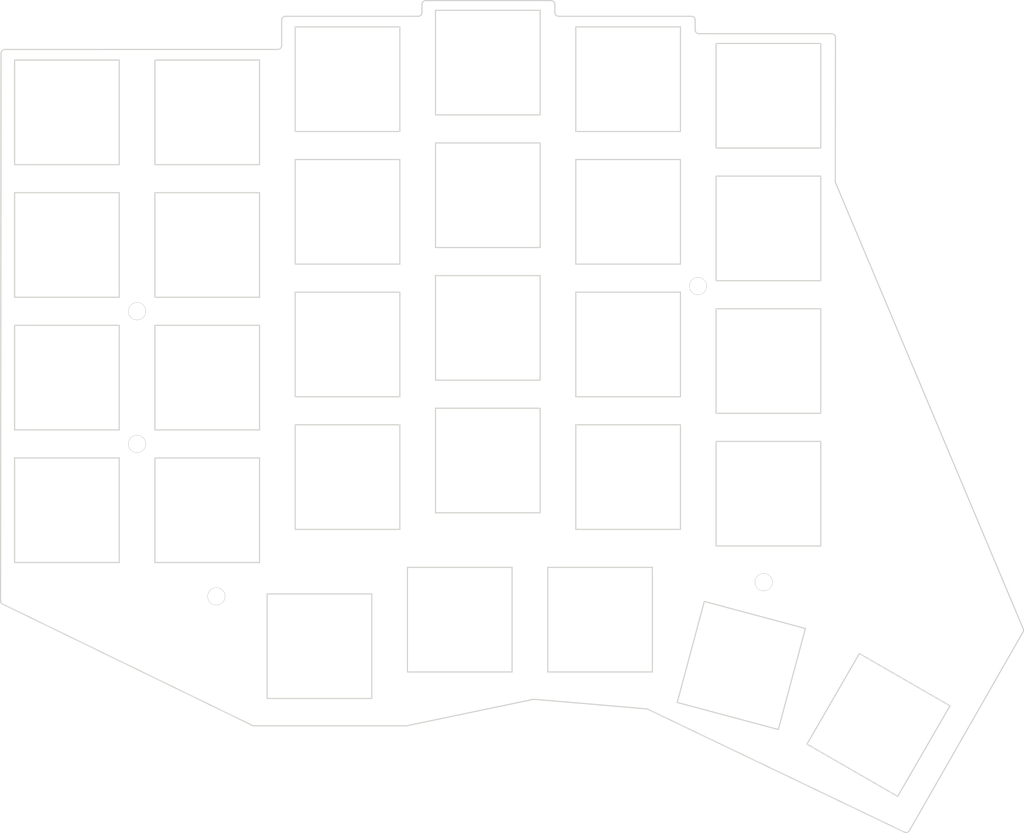
<source format=kicad_pcb>
(kicad_pcb (version 20240108) (generator "ergogen") (generator_version "4.1.0")
  (title_block (title "frontplate") (date "2025-02-07") (rev "0.1") (company "fcoury (adapted from corney-island)"))
  (layers (0 "F.Cu" signal) (31 "B.Cu" signal) (34 "B.Paste" user) (35 "F.Paste" user) (36 "B.SilkS" user "B.Silkscreen") (37 "F.SilkS" user "F.Silkscreen") (38 "B.Mask" user) (39 "F.Mask" user) (44 "Edge.Cuts" user))
  (net 0 "")
  (footprint "ceoloide:mounting_hole_npth" (layer "F.Cu") (at 109.25 73.75 0)
    (property "Reference" "MH1" hide)
    (pad "" np_thru_hole circle (at 0 0 0) (size 2.2 2.2) (drill 2.2) (layers "*.Cu" "*.Mask"))
  )
  (footprint "ceoloide:mounting_hole_npth" (layer "F.Cu") (at 109.25 91.25 0)
    (property "Reference" "MH2" hide)
    (pad "" np_thru_hole circle (at 0 0 0) (size 2.2 2.2) (drill 2.2) (layers "*.Cu" "*.Mask"))
  )
  (footprint "ceoloide:mounting_hole_npth" (layer "F.Cu") (at 183.218 70.4235 0)
    (property "Reference" "MH3" hide)
    (pad "" np_thru_hole circle (at 0 0 0) (size 2.2 2.2) (drill 2.2) (layers "*.Cu" "*.Mask"))
  )
  (footprint "ceoloide:mounting_hole_npth" (layer "F.Cu") (at 119.70700000000001 111.365 0)
    (property "Reference" "MH4" hide)
    (pad "" np_thru_hole circle (at 0 0 0) (size 2.2 2.2) (drill 2.2) (layers "*.Cu" "*.Mask"))
  )
  (footprint "ceoloide:mounting_hole_npth" (layer "F.Cu") (at 191.871694 109.48666770000001 -15)
    (property "Reference" "MH5" hide)
    (pad "" np_thru_hole circle (at 0 0 -15) (size 2.2 2.2) (drill 2.2) (layers "*.Cu" "*.Mask"))
  )
  (gr_line (start 91.2502786953727 111.93679999635788) (end 91.31455549192064 39.702041598866344) (layer Edge.Cuts) (stroke (width 0.15)))
  (gr_line (start 91.81454179192065 39.202486498870485) (end 127.8150135 39.20151351314865) (layer Edge.Cuts) (stroke (width 0.15)))
  (gr_line (start 128.315 38.701513513148655) (end 128.315 35.3275) (layer Edge.Cuts) (stroke (width 0.15)))
  (gr_line (start 128.815 34.8275) (end 146.315 34.8275) (layer Edge.Cuts) (stroke (width 0.15)))
  (gr_line (start 146.815 34.3275) (end 146.815 33.2525) (layer Edge.Cuts) (stroke (width 0.15)))
  (gr_line (start 147.315 32.7525) (end 163.843 32.7525) (layer Edge.Cuts) (stroke (width 0.15)))
  (gr_line (start 164.343 33.2525) (end 164.343 34.3275) (layer Edge.Cuts) (stroke (width 0.15)))
  (gr_line (start 164.843 34.8275) (end 182.343 34.8275) (layer Edge.Cuts) (stroke (width 0.15)))
  (gr_line (start 182.843 35.3275) (end 182.843 36.62312159204324) (layer Edge.Cuts) (stroke (width 0.15)))
  (gr_line (start 183.34287840000002 37.12312159204324) (end 200.8424827703032 37.12737825256575) (layer Edge.Cuts) (stroke (width 0.15)))
  (gr_line (start 201.34236077036712 37.628016802540515) (end 201.31812918740135 56.601346264767926) (layer Edge.Cuts) (stroke (width 0.15)))
  (gr_line (start 201.35719996960142 56.79574927227941) (end 226.0923281969262 115.6359149762103) (layer Edge.Cuts) (stroke (width 0.15)))
  (gr_line (start 226.0654764006069 116.07782689603465) (end 211.09156059668345 142.27125340028437) (layer Edge.Cuts) (stroke (width 0.15)))
  (gr_line (start 210.44136417514045 142.47398553796899) (end 176.60167485384602 126.25365946744344) (layer Edge.Cuts) (stroke (width 0.15)))
  (gr_line (start 176.4280428580794 126.20634746780448) (end 161.62301991140092 124.94372737349019) (layer Edge.Cuts) (stroke (width 0.15)))
  (gr_line (start 161.4782637171782 124.95248967103738) (end 144.8505883399894 128.42692930209176) (layer Edge.Cuts) (stroke (width 0.15)))
  (gr_line (start 144.74831955000005 128.4375) (end 124.6650889942857 128.4375) (layer Edge.Cuts) (stroke (width 0.15)))
  (gr_line (start 124.44649265438869 128.38718392921672) (end 91.53168215547566 112.38692882557845) (layer Edge.Cuts) (stroke (width 0.15)))
  (gr_arc (start 91.81454179192065 39.202486498863436) (mid 91.46115449192064 39.348780598863435) (end 91.31455549192064 39.70204159886344) (layer Edge.Cuts) (stroke (width 0.15)))
  (gr_arc (start 127.81501349999999 39.201513513148655) (mid 128.1685582 39.05506211314866) (end 128.315 38.701513513148655) (layer Edge.Cuts) (stroke (width 0.15)))
  (gr_arc (start 128.815 34.8275) (mid 128.4614466 34.9739466) (end 128.315 35.3275) (layer Edge.Cuts) (stroke (width 0.15)))
  (gr_arc (start 146.315 34.8275) (mid 146.6685534 34.6810534) (end 146.815 34.3275) (layer Edge.Cuts) (stroke (width 0.15)))
  (gr_arc (start 147.315 32.7525) (mid 146.9614466 32.898946599999995) (end 146.815 33.2525) (layer Edge.Cuts) (stroke (width 0.15)))
  (gr_arc (start 164.343 33.2525) (mid 164.1965534 32.898946599999995) (end 163.843 32.7525) (layer Edge.Cuts) (stroke (width 0.15)))
  (gr_arc (start 164.343 34.3275) (mid 164.48944659999998 34.6810534) (end 164.843 34.8275) (layer Edge.Cuts) (stroke (width 0.15)))
  (gr_arc (start 182.843 35.3275) (mid 182.6965534 34.9739466) (end 182.343 34.8275) (layer Edge.Cuts) (stroke (width 0.15)))
  (gr_arc (start 182.843 36.62312159204324) (mid 182.9894036 36.97663199204324) (end 183.3428784 37.12312159204324) (layer Edge.Cuts) (stroke (width 0.15)))
  (gr_arc (start 201.3423607703032 37.62801675256575) (mid 201.19618317030321 37.274093652565746) (end 200.8424827703032 37.12737825256575) (layer Edge.Cuts) (stroke (width 0.15)))
  (gr_arc (start 201.3181291874652 56.60134631476982) (mid 201.3279308874652 56.70050411476982) (end 201.35719998746518 56.79574931476982) (layer Edge.Cuts) (stroke (width 0.15)))
  (gr_arc (start 226.06547637906385 116.07782693371921) (mid 226.13047887906384 115.86000493371921) (end 226.09232817906386 115.6359150337192) (layer Edge.Cuts) (stroke (width 0.15)))
  (gr_arc (start 210.44136417514042 142.47398553796899) (mid 210.80631727514043 142.50044073796897) (end 211.09156057514042 142.27125343796897) (layer Edge.Cuts) (stroke (width 0.15)))
  (gr_arc (start 176.60167485384602 126.25365946744346) (mid 176.51700495384603 126.22212736744345) (end 176.42804285384602 126.20634746744345) (layer Edge.Cuts) (stroke (width 0.15)))
  (gr_arc (start 161.62301990716756 124.94372737312915) (mid 161.55032240716756 124.94283237312915) (end 161.47826370716757 124.95248957312914) (layer Edge.Cuts) (stroke (width 0.15)))
  (gr_arc (start 144.74831955000005 128.4375) (mid 144.79972635000004 128.4348503) (end 144.85058835000004 128.4269294) (layer Edge.Cuts) (stroke (width 0.15)))
  (gr_arc (start 124.4464926942857 128.3871839) (mid 124.5529327942857 128.4247586) (end 124.6650889942857 128.4375) (layer Edge.Cuts) (stroke (width 0.15)))
  (gr_arc (start 91.25027869537269 111.93679999636173) (mid 91.32631019537268 112.20229379636173) (end 91.53168219537268 112.38692879636173) (layer Edge.Cuts) (stroke (width 0.15)))
  (gr_line (start 93.1 106.9) (end 106.89999999999999 106.9) (layer Edge.Cuts) (stroke (width 0.15)))
  (gr_line (start 106.89999999999999 106.9) (end 106.89999999999999 93.10000000000001) (layer Edge.Cuts) (stroke (width 0.15)))
  (gr_line (start 106.89999999999999 93.10000000000001) (end 93.1 93.10000000000001) (layer Edge.Cuts) (stroke (width 0.15)))
  (gr_line (start 93.1 93.10000000000001) (end 93.1 106.9) (layer Edge.Cuts) (stroke (width 0.15)))
  (gr_line (start 93.1 89.4) (end 106.89999999999999 89.4) (layer Edge.Cuts) (stroke (width 0.15)))
  (gr_line (start 106.89999999999999 89.4) (end 106.89999999999999 75.60000000000001) (layer Edge.Cuts) (stroke (width 0.15)))
  (gr_line (start 106.89999999999999 75.60000000000001) (end 93.1 75.60000000000001) (layer Edge.Cuts) (stroke (width 0.15)))
  (gr_line (start 93.1 75.60000000000001) (end 93.1 89.4) (layer Edge.Cuts) (stroke (width 0.15)))
  (gr_line (start 93.1 71.9) (end 106.89999999999999 71.9) (layer Edge.Cuts) (stroke (width 0.15)))
  (gr_line (start 106.89999999999999 71.9) (end 106.89999999999999 58.10000000000001) (layer Edge.Cuts) (stroke (width 0.15)))
  (gr_line (start 106.89999999999999 58.10000000000001) (end 93.1 58.10000000000001) (layer Edge.Cuts) (stroke (width 0.15)))
  (gr_line (start 93.1 58.10000000000001) (end 93.1 71.9) (layer Edge.Cuts) (stroke (width 0.15)))
  (gr_line (start 93.1 54.4) (end 106.89999999999999 54.4) (layer Edge.Cuts) (stroke (width 0.15)))
  (gr_line (start 106.89999999999999 54.4) (end 106.89999999999999 40.599999999999994) (layer Edge.Cuts) (stroke (width 0.15)))
  (gr_line (start 106.89999999999999 40.599999999999994) (end 93.1 40.599999999999994) (layer Edge.Cuts) (stroke (width 0.15)))
  (gr_line (start 93.1 40.599999999999994) (end 93.1 54.4) (layer Edge.Cuts) (stroke (width 0.15)))
  (gr_line (start 111.6 106.9) (end 125.39999999999999 106.9) (layer Edge.Cuts) (stroke (width 0.15)))
  (gr_line (start 125.39999999999999 106.9) (end 125.39999999999999 93.10000000000001) (layer Edge.Cuts) (stroke (width 0.15)))
  (gr_line (start 125.39999999999999 93.10000000000001) (end 111.6 93.10000000000001) (layer Edge.Cuts) (stroke (width 0.15)))
  (gr_line (start 111.6 93.10000000000001) (end 111.6 106.9) (layer Edge.Cuts) (stroke (width 0.15)))
  (gr_line (start 111.6 89.4) (end 125.39999999999999 89.4) (layer Edge.Cuts) (stroke (width 0.15)))
  (gr_line (start 125.39999999999999 89.4) (end 125.39999999999999 75.60000000000001) (layer Edge.Cuts) (stroke (width 0.15)))
  (gr_line (start 125.39999999999999 75.60000000000001) (end 111.6 75.60000000000001) (layer Edge.Cuts) (stroke (width 0.15)))
  (gr_line (start 111.6 75.60000000000001) (end 111.6 89.4) (layer Edge.Cuts) (stroke (width 0.15)))
  (gr_line (start 111.6 71.9) (end 125.39999999999999 71.9) (layer Edge.Cuts) (stroke (width 0.15)))
  (gr_line (start 125.39999999999999 71.9) (end 125.39999999999999 58.10000000000001) (layer Edge.Cuts) (stroke (width 0.15)))
  (gr_line (start 125.39999999999999 58.10000000000001) (end 111.6 58.10000000000001) (layer Edge.Cuts) (stroke (width 0.15)))
  (gr_line (start 111.6 58.10000000000001) (end 111.6 71.9) (layer Edge.Cuts) (stroke (width 0.15)))
  (gr_line (start 111.6 54.4) (end 125.39999999999999 54.4) (layer Edge.Cuts) (stroke (width 0.15)))
  (gr_line (start 125.39999999999999 54.4) (end 125.39999999999999 40.599999999999994) (layer Edge.Cuts) (stroke (width 0.15)))
  (gr_line (start 125.39999999999999 40.599999999999994) (end 111.6 40.599999999999994) (layer Edge.Cuts) (stroke (width 0.15)))
  (gr_line (start 111.6 40.599999999999994) (end 111.6 54.4) (layer Edge.Cuts) (stroke (width 0.15)))
  (gr_line (start 130.1 102.525) (end 143.9 102.525) (layer Edge.Cuts) (stroke (width 0.15)))
  (gr_line (start 143.9 102.525) (end 143.9 88.72500000000001) (layer Edge.Cuts) (stroke (width 0.15)))
  (gr_line (start 143.9 88.72500000000001) (end 130.1 88.72500000000001) (layer Edge.Cuts) (stroke (width 0.15)))
  (gr_line (start 130.1 88.72500000000001) (end 130.1 102.525) (layer Edge.Cuts) (stroke (width 0.15)))
  (gr_line (start 130.1 85.025) (end 143.9 85.025) (layer Edge.Cuts) (stroke (width 0.15)))
  (gr_line (start 143.9 85.025) (end 143.9 71.22500000000001) (layer Edge.Cuts) (stroke (width 0.15)))
  (gr_line (start 143.9 71.22500000000001) (end 130.1 71.22500000000001) (layer Edge.Cuts) (stroke (width 0.15)))
  (gr_line (start 130.1 71.22500000000001) (end 130.1 85.025) (layer Edge.Cuts) (stroke (width 0.15)))
  (gr_line (start 130.1 67.525) (end 143.9 67.525) (layer Edge.Cuts) (stroke (width 0.15)))
  (gr_line (start 143.9 67.525) (end 143.9 53.72500000000001) (layer Edge.Cuts) (stroke (width 0.15)))
  (gr_line (start 143.9 53.72500000000001) (end 130.1 53.72500000000001) (layer Edge.Cuts) (stroke (width 0.15)))
  (gr_line (start 130.1 53.72500000000001) (end 130.1 67.525) (layer Edge.Cuts) (stroke (width 0.15)))
  (gr_line (start 130.1 50.025) (end 143.9 50.025) (layer Edge.Cuts) (stroke (width 0.15)))
  (gr_line (start 143.9 50.025) (end 143.9 36.224999999999994) (layer Edge.Cuts) (stroke (width 0.15)))
  (gr_line (start 143.9 36.224999999999994) (end 130.1 36.224999999999994) (layer Edge.Cuts) (stroke (width 0.15)))
  (gr_line (start 130.1 36.224999999999994) (end 130.1 50.025) (layer Edge.Cuts) (stroke (width 0.15)))
  (gr_line (start 148.6 100.3375) (end 162.4 100.3375) (layer Edge.Cuts) (stroke (width 0.15)))
  (gr_line (start 162.4 100.3375) (end 162.4 86.53750000000001) (layer Edge.Cuts) (stroke (width 0.15)))
  (gr_line (start 162.4 86.53750000000001) (end 148.6 86.53750000000001) (layer Edge.Cuts) (stroke (width 0.15)))
  (gr_line (start 148.6 86.53750000000001) (end 148.6 100.3375) (layer Edge.Cuts) (stroke (width 0.15)))
  (gr_line (start 148.6 82.8375) (end 162.4 82.8375) (layer Edge.Cuts) (stroke (width 0.15)))
  (gr_line (start 162.4 82.8375) (end 162.4 69.03750000000001) (layer Edge.Cuts) (stroke (width 0.15)))
  (gr_line (start 162.4 69.03750000000001) (end 148.6 69.03750000000001) (layer Edge.Cuts) (stroke (width 0.15)))
  (gr_line (start 148.6 69.03750000000001) (end 148.6 82.8375) (layer Edge.Cuts) (stroke (width 0.15)))
  (gr_line (start 148.6 65.3375) (end 162.4 65.3375) (layer Edge.Cuts) (stroke (width 0.15)))
  (gr_line (start 162.4 65.3375) (end 162.4 51.53750000000001) (layer Edge.Cuts) (stroke (width 0.15)))
  (gr_line (start 162.4 51.53750000000001) (end 148.6 51.53750000000001) (layer Edge.Cuts) (stroke (width 0.15)))
  (gr_line (start 148.6 51.53750000000001) (end 148.6 65.3375) (layer Edge.Cuts) (stroke (width 0.15)))
  (gr_line (start 148.6 47.8375) (end 162.4 47.8375) (layer Edge.Cuts) (stroke (width 0.15)))
  (gr_line (start 162.4 47.8375) (end 162.4 34.037499999999994) (layer Edge.Cuts) (stroke (width 0.15)))
  (gr_line (start 162.4 34.037499999999994) (end 148.6 34.037499999999994) (layer Edge.Cuts) (stroke (width 0.15)))
  (gr_line (start 148.6 34.037499999999994) (end 148.6 47.8375) (layer Edge.Cuts) (stroke (width 0.15)))
  (gr_line (start 167.1 102.525) (end 180.9 102.525) (layer Edge.Cuts) (stroke (width 0.15)))
  (gr_line (start 180.9 102.525) (end 180.9 88.72500000000001) (layer Edge.Cuts) (stroke (width 0.15)))
  (gr_line (start 180.9 88.72500000000001) (end 167.1 88.72500000000001) (layer Edge.Cuts) (stroke (width 0.15)))
  (gr_line (start 167.1 88.72500000000001) (end 167.1 102.525) (layer Edge.Cuts) (stroke (width 0.15)))
  (gr_line (start 167.1 85.025) (end 180.9 85.025) (layer Edge.Cuts) (stroke (width 0.15)))
  (gr_line (start 180.9 85.025) (end 180.9 71.22500000000001) (layer Edge.Cuts) (stroke (width 0.15)))
  (gr_line (start 180.9 71.22500000000001) (end 167.1 71.22500000000001) (layer Edge.Cuts) (stroke (width 0.15)))
  (gr_line (start 167.1 71.22500000000001) (end 167.1 85.025) (layer Edge.Cuts) (stroke (width 0.15)))
  (gr_line (start 167.1 67.525) (end 180.9 67.525) (layer Edge.Cuts) (stroke (width 0.15)))
  (gr_line (start 180.9 67.525) (end 180.9 53.72500000000001) (layer Edge.Cuts) (stroke (width 0.15)))
  (gr_line (start 180.9 53.72500000000001) (end 167.1 53.72500000000001) (layer Edge.Cuts) (stroke (width 0.15)))
  (gr_line (start 167.1 53.72500000000001) (end 167.1 67.525) (layer Edge.Cuts) (stroke (width 0.15)))
  (gr_line (start 167.1 50.025) (end 180.9 50.025) (layer Edge.Cuts) (stroke (width 0.15)))
  (gr_line (start 180.9 50.025) (end 180.9 36.224999999999994) (layer Edge.Cuts) (stroke (width 0.15)))
  (gr_line (start 180.9 36.224999999999994) (end 167.1 36.224999999999994) (layer Edge.Cuts) (stroke (width 0.15)))
  (gr_line (start 167.1 36.224999999999994) (end 167.1 50.025) (layer Edge.Cuts) (stroke (width 0.15)))
  (gr_line (start 185.6 104.7125) (end 199.4 104.7125) (layer Edge.Cuts) (stroke (width 0.15)))
  (gr_line (start 199.4 104.7125) (end 199.4 90.91250000000001) (layer Edge.Cuts) (stroke (width 0.15)))
  (gr_line (start 199.4 90.91250000000001) (end 185.6 90.91250000000001) (layer Edge.Cuts) (stroke (width 0.15)))
  (gr_line (start 185.6 90.91250000000001) (end 185.6 104.7125) (layer Edge.Cuts) (stroke (width 0.15)))
  (gr_line (start 185.6 87.2125) (end 199.4 87.2125) (layer Edge.Cuts) (stroke (width 0.15)))
  (gr_line (start 199.4 87.2125) (end 199.4 73.41250000000001) (layer Edge.Cuts) (stroke (width 0.15)))
  (gr_line (start 199.4 73.41250000000001) (end 185.6 73.41250000000001) (layer Edge.Cuts) (stroke (width 0.15)))
  (gr_line (start 185.6 73.41250000000001) (end 185.6 87.2125) (layer Edge.Cuts) (stroke (width 0.15)))
  (gr_line (start 185.6 69.7125) (end 199.4 69.7125) (layer Edge.Cuts) (stroke (width 0.15)))
  (gr_line (start 199.4 69.7125) (end 199.4 55.91250000000001) (layer Edge.Cuts) (stroke (width 0.15)))
  (gr_line (start 199.4 55.91250000000001) (end 185.6 55.91250000000001) (layer Edge.Cuts) (stroke (width 0.15)))
  (gr_line (start 185.6 55.91250000000001) (end 185.6 69.7125) (layer Edge.Cuts) (stroke (width 0.15)))
  (gr_line (start 185.6 52.2125) (end 199.4 52.2125) (layer Edge.Cuts) (stroke (width 0.15)))
  (gr_line (start 199.4 52.2125) (end 199.4 38.412499999999994) (layer Edge.Cuts) (stroke (width 0.15)))
  (gr_line (start 199.4 38.412499999999994) (end 185.6 38.412499999999994) (layer Edge.Cuts) (stroke (width 0.15)))
  (gr_line (start 185.6 38.412499999999994) (end 185.6 52.2125) (layer Edge.Cuts) (stroke (width 0.15)))
  (gr_line (start 126.4 124.8375) (end 140.20000000000002 124.8375) (layer Edge.Cuts) (stroke (width 0.15)))
  (gr_line (start 140.20000000000002 124.8375) (end 140.20000000000002 111.03750000000001) (layer Edge.Cuts) (stroke (width 0.15)))
  (gr_line (start 140.20000000000002 111.03750000000001) (end 126.4 111.03750000000001) (layer Edge.Cuts) (stroke (width 0.15)))
  (gr_line (start 126.4 111.03750000000001) (end 126.4 124.8375) (layer Edge.Cuts) (stroke (width 0.15)))
  (gr_line (start 144.9 121.3375) (end 158.70000000000002 121.3375) (layer Edge.Cuts) (stroke (width 0.15)))
  (gr_line (start 158.70000000000002 121.3375) (end 158.70000000000002 107.53750000000001) (layer Edge.Cuts) (stroke (width 0.15)))
  (gr_line (start 158.70000000000002 107.53750000000001) (end 144.9 107.53750000000001) (layer Edge.Cuts) (stroke (width 0.15)))
  (gr_line (start 144.9 107.53750000000001) (end 144.9 121.3375) (layer Edge.Cuts) (stroke (width 0.15)))
  (gr_line (start 163.4 121.3375) (end 177.20000000000002 121.3375) (layer Edge.Cuts) (stroke (width 0.15)))
  (gr_line (start 177.20000000000002 121.3375) (end 177.20000000000002 107.53750000000001) (layer Edge.Cuts) (stroke (width 0.15)))
  (gr_line (start 177.20000000000002 107.53750000000001) (end 163.4 107.53750000000001) (layer Edge.Cuts) (stroke (width 0.15)))
  (gr_line (start 163.4 107.53750000000001) (end 163.4 121.3375) (layer Edge.Cuts) (stroke (width 0.15)))
  (gr_line (start 180.47533479999998 125.35890630000002) (end 193.8051112 128.93060910000003) (layer Edge.Cuts) (stroke (width 0.15)))
  (gr_line (start 193.8051112 128.93060910000003) (end 197.376814 115.60083270000001) (layer Edge.Cuts) (stroke (width 0.15)))
  (gr_line (start 197.376814 115.60083270000001) (end 184.0470376 112.02912990000002) (layer Edge.Cuts) (stroke (width 0.15)))
  (gr_line (start 184.0470376 112.02912990000002) (end 180.47533479999998 125.35890630000002) (layer Edge.Cuts) (stroke (width 0.15)))
  (gr_line (start 197.5919055 130.85731650000002) (end 209.54305609999997 137.7573165) (layer Edge.Cuts) (stroke (width 0.15)))
  (gr_line (start 209.54305609999997 137.7573165) (end 216.44305609999998 125.80616590000001) (layer Edge.Cuts) (stroke (width 0.15)))
  (gr_line (start 216.44305609999998 125.80616590000001) (end 204.49190549999997 118.90616590000002) (layer Edge.Cuts) (stroke (width 0.15)))
  (gr_line (start 204.49190549999997 118.90616590000002) (end 197.5919055 130.85731650000002) (layer Edge.Cuts) (stroke (width 0.15)))
  (gr_circle (center 109.25 73.75) (end 110.35 73.75) (layer Edge.Cuts) (stroke (width 0.15)) (fill none))
  (gr_circle (center 109.25 91.25) (end 110.35 91.25) (layer Edge.Cuts) (stroke (width 0.15)) (fill none))
  (gr_circle (center 183.218 70.4235) (end 184.31799999999998 70.4235) (layer Edge.Cuts) (stroke (width 0.15)) (fill none))
  (gr_circle (center 119.70700000000001 111.365) (end 120.807 111.365) (layer Edge.Cuts) (stroke (width 0.15)) (fill none))
  (gr_circle (center 191.871694 109.48666770000001) (end 192.97169399999999 109.48666770000001) (layer Edge.Cuts) (stroke (width 0.15)) (fill none))
)
</source>
